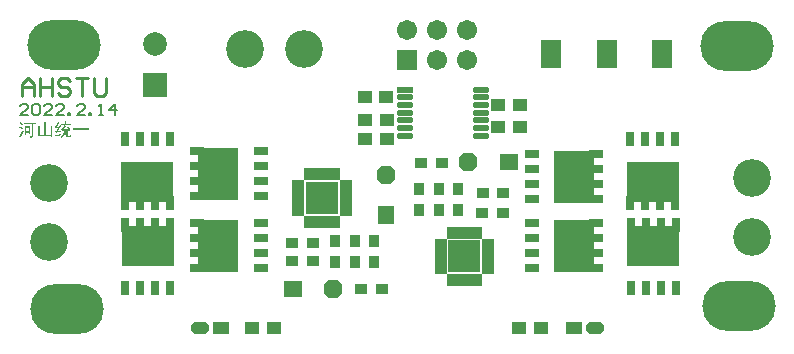
<source format=gts>
G04*
G04 #@! TF.GenerationSoftware,Altium Limited,Altium Designer,22.1.2 (22)*
G04*
G04 Layer_Color=8388736*
%FSLAX25Y25*%
%MOIN*%
G70*
G04*
G04 #@! TF.SameCoordinates,95D767EF-CC4A-4202-867B-88222CEBD608*
G04*
G04*
G04 #@! TF.FilePolarity,Negative*
G04*
G01*
G75*
%ADD10C,0.01000*%
%ADD34C,0.00709*%
%ADD35R,0.04800X0.03950*%
%ADD36R,0.05800X0.06300*%
G04:AMPARAMS|DCode=37|XSize=63mil|YSize=58mil|CornerRadius=0mil|HoleSize=0mil|Usage=FLASHONLY|Rotation=90.000|XOffset=0mil|YOffset=0mil|HoleType=Round|Shape=Octagon|*
%AMOCTAGOND37*
4,1,8,0.01450,0.03150,-0.01450,0.03150,-0.02900,0.01700,-0.02900,-0.01700,-0.01450,-0.03150,0.01450,-0.03150,0.02900,-0.01700,0.02900,0.01700,0.01450,0.03150,0.0*
%
%ADD37OCTAGOND37*%

%ADD38R,0.03950X0.01981*%
%ADD39R,0.01981X0.03950*%
%ADD40R,0.11036X0.11036*%
%ADD41R,0.04740X0.02760*%
%ADD42R,0.13600X0.17750*%
G04:AMPARAMS|DCode=43|XSize=58mil|YSize=43mil|CornerRadius=0mil|HoleSize=0mil|Usage=FLASHONLY|Rotation=180.000|XOffset=0mil|YOffset=0mil|HoleType=Round|Shape=Octagon|*
%AMOCTAGOND43*
4,1,8,-0.02900,0.01075,-0.02900,-0.01075,-0.01825,-0.02150,0.01825,-0.02150,0.02900,-0.01075,0.02900,0.01075,0.01825,0.02150,-0.01825,0.02150,-0.02900,0.01075,0.0*
%
%ADD43OCTAGOND43*%

%ADD44R,0.05800X0.04300*%
%ADD45R,0.04300X0.03800*%
%ADD46R,0.06300X0.05800*%
G04:AMPARAMS|DCode=47|XSize=63mil|YSize=58mil|CornerRadius=0mil|HoleSize=0mil|Usage=FLASHONLY|Rotation=180.000|XOffset=0mil|YOffset=0mil|HoleType=Round|Shape=Octagon|*
%AMOCTAGOND47*
4,1,8,-0.03150,0.01450,-0.03150,-0.01450,-0.01700,-0.02900,0.01700,-0.02900,0.03150,-0.01450,0.03150,0.01450,0.01700,0.02900,-0.01700,0.02900,-0.03150,0.01450,0.0*
%
%ADD47OCTAGOND47*%

%ADD48R,0.03800X0.04300*%
%ADD49O,0.05524X0.02060*%
%ADD50R,0.05524X0.02060*%
%ADD51R,0.02760X0.04740*%
%ADD52R,0.17750X0.13600*%
%ADD53C,0.07887*%
%ADD54R,0.07887X0.07887*%
G04:AMPARAMS|DCode=55|XSize=244.22mil|YSize=165.48mil|CornerRadius=82.74mil|HoleSize=0mil|Usage=FLASHONLY|Rotation=180.000|XOffset=0mil|YOffset=0mil|HoleType=Round|Shape=RoundedRectangle|*
%AMROUNDEDRECTD55*
21,1,0.24422,0.00000,0,0,180.0*
21,1,0.07874,0.16548,0,0,180.0*
1,1,0.16548,-0.03937,0.00000*
1,1,0.16548,0.03937,0.00000*
1,1,0.16548,0.03937,0.00000*
1,1,0.16548,-0.03937,0.00000*
%
%ADD55ROUNDEDRECTD55*%
%ADD56C,0.06706*%
%ADD57R,0.06706X0.06706*%
%ADD58C,0.12611*%
%ADD59R,0.06706X0.09461*%
G36*
X8050Y74084D02*
X8006D01*
X7978Y74090D01*
X7895D01*
X7795Y74095D01*
X7678Y74101D01*
X7562D01*
X7451Y74107D01*
X7345D01*
Y70155D01*
Y70149D01*
Y70138D01*
Y70122D01*
X7340Y70099D01*
X7334Y70038D01*
X7317Y69966D01*
X7290Y69889D01*
X7245Y69816D01*
X7190Y69750D01*
X7151Y69722D01*
X7112Y69700D01*
X7101Y69694D01*
X7090Y69689D01*
X7068Y69683D01*
X7045Y69672D01*
X7012Y69661D01*
X6973Y69650D01*
X6934Y69639D01*
X6884Y69628D01*
X6835Y69611D01*
X6774Y69600D01*
X6707Y69583D01*
X6635Y69567D01*
X6557Y69555D01*
X6474Y69539D01*
X6385Y69528D01*
Y69539D01*
X6379Y69567D01*
X6368Y69617D01*
X6346Y69683D01*
X6313Y69761D01*
X6268Y69855D01*
X6207Y69955D01*
X6130Y70066D01*
X6180D01*
X6213Y70061D01*
X6296D01*
X6402Y70055D01*
X6513D01*
X6618Y70061D01*
X6668D01*
X6712Y70066D01*
X6751Y70072D01*
X6779Y70077D01*
X6785D01*
X6801Y70088D01*
X6823Y70099D01*
X6851Y70122D01*
X6879Y70155D01*
X6901Y70199D01*
X6918Y70260D01*
X6923Y70338D01*
Y74107D01*
X4853D01*
X4725Y74101D01*
X4581Y74095D01*
X4426Y74090D01*
X4254Y74084D01*
Y74556D01*
X4298D01*
X4332Y74550D01*
X4376D01*
X4420Y74545D01*
X4537D01*
X4665Y74539D01*
X4809Y74534D01*
X4953Y74528D01*
X7506D01*
X7589Y74534D01*
X7684D01*
X7795Y74539D01*
X7922Y74545D01*
X8050Y74556D01*
Y74084D01*
D02*
G37*
G36*
X18095Y75089D02*
X18101Y75078D01*
X18118Y75056D01*
X18134Y75028D01*
X18157Y74989D01*
X18179Y74950D01*
X18234Y74856D01*
X18295Y74750D01*
X18362Y74639D01*
X18417Y74534D01*
X18467Y74440D01*
X18462Y74434D01*
X18440Y74428D01*
X18401Y74412D01*
X18351Y74384D01*
X18284Y74356D01*
X18212Y74323D01*
X18123Y74278D01*
X18023Y74229D01*
Y74234D01*
X18018Y74251D01*
X18007Y74273D01*
X17990Y74301D01*
X17973Y74340D01*
X17957Y74384D01*
X17907Y74478D01*
X17851Y74589D01*
X17796Y74700D01*
X17729Y74811D01*
X17668Y74906D01*
X17674D01*
X17679Y74911D01*
X17713Y74922D01*
X17763Y74939D01*
X17829Y74967D01*
X17896Y74994D01*
X17968Y75028D01*
X18034Y75061D01*
X18090Y75094D01*
X18095Y75089D01*
D02*
G37*
G36*
X19827Y73779D02*
X19788D01*
X19760Y73785D01*
X19727D01*
X19688Y73790D01*
X19594Y73796D01*
X19483D01*
X19361Y73801D01*
X19233Y73807D01*
X17790D01*
X17801Y73801D01*
X17824Y73785D01*
X17862Y73751D01*
X17912Y73718D01*
X17979Y73674D01*
X18057Y73629D01*
X18140Y73574D01*
X18234Y73524D01*
X18229Y73518D01*
X18201Y73496D01*
X18162Y73468D01*
X18118Y73418D01*
X18057Y73363D01*
X17990Y73291D01*
X17918Y73207D01*
X17846Y73113D01*
Y73107D01*
X17835Y73102D01*
X17824Y73085D01*
X17807Y73063D01*
X17790Y73035D01*
X17763Y73002D01*
X17735Y72963D01*
X17701Y72919D01*
X17618Y72813D01*
X17518Y72691D01*
X17407Y72541D01*
X17274Y72375D01*
X17374D01*
X17435Y72380D01*
X17507D01*
X17591Y72386D01*
X17685Y72391D01*
X17796Y72397D01*
X17923Y72403D01*
X18057Y72414D01*
X18212Y72425D01*
X18379Y72436D01*
X18556Y72453D01*
X18750Y72469D01*
X18956Y72491D01*
X18950Y72497D01*
X18939Y72514D01*
X18911Y72547D01*
X18878Y72591D01*
X18828Y72652D01*
X18762Y72730D01*
X18684Y72825D01*
X18584Y72941D01*
X18595Y72947D01*
X18617Y72963D01*
X18662Y72985D01*
X18711Y73019D01*
X18767Y73052D01*
X18828Y73096D01*
X18956Y73196D01*
X18961Y73191D01*
X18972Y73180D01*
X18995Y73152D01*
X19028Y73119D01*
X19061Y73080D01*
X19106Y73030D01*
X19155Y72969D01*
X19217Y72902D01*
X19278Y72830D01*
X19344Y72747D01*
X19416Y72658D01*
X19494Y72564D01*
X19572Y72464D01*
X19655Y72353D01*
X19738Y72242D01*
X19827Y72120D01*
X19816Y72114D01*
X19788Y72097D01*
X19744Y72070D01*
X19688Y72031D01*
X19627Y71986D01*
X19561Y71931D01*
X19489Y71875D01*
X19428Y71814D01*
X19422Y71825D01*
X19405Y71848D01*
X19377Y71881D01*
X19344Y71925D01*
X19311Y71975D01*
X19272Y72031D01*
X19194Y72142D01*
X19161D01*
X19144Y72136D01*
X19083D01*
X19017Y72131D01*
X18950Y72120D01*
X18878Y72114D01*
X18817Y72109D01*
X18773Y72097D01*
Y70338D01*
Y70332D01*
Y70327D01*
X18778Y70294D01*
X18784Y70255D01*
X18800Y70205D01*
X18828Y70155D01*
X18872Y70110D01*
X18928Y70077D01*
X18967Y70072D01*
X19006Y70066D01*
X19250D01*
X19272Y70077D01*
X19311Y70099D01*
X19333Y70116D01*
X19355Y70144D01*
X19377Y70177D01*
X19400Y70222D01*
X19422Y70271D01*
X19450Y70332D01*
X19466Y70405D01*
X19489Y70488D01*
X19505Y70582D01*
X19522Y70693D01*
X19533Y70688D01*
X19561Y70666D01*
X19605Y70638D01*
X19661Y70599D01*
X19733Y70560D01*
X19816Y70521D01*
X19910Y70488D01*
X20010Y70455D01*
Y70443D01*
X19999Y70421D01*
X19988Y70382D01*
X19971Y70332D01*
X19949Y70271D01*
X19921Y70205D01*
X19860Y70061D01*
X19777Y69916D01*
X19727Y69850D01*
X19677Y69789D01*
X19622Y69739D01*
X19561Y69700D01*
X19494Y69678D01*
X19428Y69666D01*
X18773D01*
X18750Y69672D01*
X18723D01*
X18645Y69694D01*
X18606Y69705D01*
X18562Y69727D01*
X18517Y69755D01*
X18478Y69789D01*
X18440Y69827D01*
X18401Y69872D01*
X18373Y69927D01*
X18351Y69994D01*
X18334Y70072D01*
X18329Y70155D01*
Y72048D01*
X18295D01*
X18273Y72042D01*
X18218D01*
X18151Y72036D01*
X18073Y72025D01*
X18001Y72020D01*
X17934Y72014D01*
X17879Y72003D01*
Y71992D01*
Y71964D01*
Y71920D01*
Y71859D01*
Y71787D01*
X17874Y71698D01*
X17868Y71603D01*
X17862Y71504D01*
X17851Y71393D01*
X17835Y71276D01*
X17796Y71043D01*
X17768Y70921D01*
X17740Y70804D01*
X17701Y70693D01*
X17657Y70588D01*
Y70582D01*
X17646Y70566D01*
X17629Y70532D01*
X17607Y70493D01*
X17579Y70443D01*
X17540Y70388D01*
X17496Y70321D01*
X17446Y70244D01*
X17385Y70166D01*
X17319Y70083D01*
X17241Y69988D01*
X17152Y69900D01*
X17058Y69800D01*
X16952Y69700D01*
X16836Y69600D01*
X16708Y69500D01*
X16702Y69511D01*
X16686Y69533D01*
X16658Y69567D01*
X16614Y69611D01*
X16553Y69655D01*
X16486Y69711D01*
X16397Y69761D01*
X16292Y69805D01*
X16297Y69811D01*
X16308Y69816D01*
X16331Y69827D01*
X16353Y69844D01*
X16386Y69866D01*
X16425Y69894D01*
X16508Y69955D01*
X16608Y70033D01*
X16714Y70122D01*
X16819Y70216D01*
X16919Y70316D01*
X16924Y70321D01*
X16930Y70327D01*
X16947Y70344D01*
X16963Y70366D01*
X17008Y70421D01*
X17069Y70499D01*
X17130Y70593D01*
X17196Y70704D01*
X17263Y70821D01*
X17319Y70949D01*
Y70954D01*
X17324Y70965D01*
X17330Y70987D01*
X17341Y71015D01*
X17352Y71048D01*
X17363Y71093D01*
X17374Y71148D01*
X17385Y71204D01*
X17396Y71271D01*
X17407Y71348D01*
X17418Y71431D01*
X17424Y71520D01*
X17435Y71620D01*
Y71720D01*
Y71837D01*
Y71953D01*
X17402D01*
X17374Y71948D01*
X17346D01*
X17307Y71942D01*
X17224Y71931D01*
X17130Y71920D01*
X17019Y71903D01*
X16913Y71881D01*
X16802Y71859D01*
Y71864D01*
X16797Y71875D01*
Y71892D01*
X16791Y71920D01*
X16786Y71948D01*
X16775Y71986D01*
X16752Y72070D01*
X16730Y72164D01*
X16697Y72264D01*
X16658Y72369D01*
X16619Y72469D01*
X16630D01*
X16647Y72475D01*
X16669Y72480D01*
X16725Y72502D01*
X16802Y72536D01*
X16847Y72564D01*
X16891Y72591D01*
X16941Y72630D01*
X16997Y72675D01*
X17052Y72730D01*
X17113Y72786D01*
X17174Y72858D01*
X17235Y72935D01*
X17241Y72941D01*
X17252Y72958D01*
X17268Y72980D01*
X17291Y73013D01*
X17319Y73052D01*
X17352Y73102D01*
X17385Y73152D01*
X17424Y73213D01*
X17502Y73346D01*
X17574Y73490D01*
X17640Y73646D01*
X17696Y73807D01*
X17158D01*
X17113Y73801D01*
X17002D01*
X16874Y73796D01*
X16730Y73790D01*
X16569Y73779D01*
Y74201D01*
X16608D01*
X16636Y74195D01*
X16708D01*
X16802Y74190D01*
X16913Y74184D01*
X17036D01*
X17163Y74179D01*
X19255D01*
X19305Y74184D01*
X19416D01*
X19544Y74190D01*
X19683Y74195D01*
X19827Y74201D01*
Y73779D01*
D02*
G37*
G36*
X3066Y74878D02*
X3083Y74867D01*
X3105Y74850D01*
X3138Y74822D01*
X3183Y74789D01*
X3233Y74750D01*
X3288Y74706D01*
X3355Y74656D01*
X3493Y74539D01*
X3654Y74406D01*
X3821Y74262D01*
X3999Y74107D01*
X3993D01*
X3987Y74095D01*
X3954Y74073D01*
X3910Y74034D01*
X3849Y73984D01*
X3782Y73923D01*
X3710Y73862D01*
X3643Y73801D01*
X3577Y73735D01*
X3571Y73740D01*
X3560Y73751D01*
X3543Y73779D01*
X3516Y73807D01*
X3482Y73846D01*
X3438Y73890D01*
X3393Y73940D01*
X3338Y73996D01*
X3277Y74057D01*
X3216Y74123D01*
X3072Y74262D01*
X2911Y74406D01*
X2733Y74556D01*
X2739Y74562D01*
X2761Y74578D01*
X2794Y74612D01*
X2833Y74650D01*
X2883Y74695D01*
X2938Y74750D01*
X2999Y74817D01*
X3060Y74884D01*
X3066Y74878D01*
D02*
G37*
G36*
X25910Y72070D02*
X25860D01*
X25827Y72075D01*
X25777D01*
X25727Y72081D01*
X25660D01*
X25594Y72086D01*
X25433D01*
X25344Y72092D01*
X25249D01*
X25050Y72097D01*
X21453D01*
X21370Y72092D01*
X21192D01*
X20998Y72086D01*
X20787Y72081D01*
X20576Y72070D01*
Y72680D01*
X20632D01*
X20676Y72675D01*
X20787D01*
X20854Y72669D01*
X21020D01*
X21109Y72663D01*
X21309D01*
X21520Y72658D01*
X25100D01*
X25177Y72663D01*
X25349D01*
X25532Y72669D01*
X25721Y72675D01*
X25910Y72680D01*
Y72070D01*
D02*
G37*
G36*
X2761Y73424D02*
X2783Y73413D01*
X2811Y73396D01*
X2855Y73368D01*
X2905Y73341D01*
X2966Y73302D01*
X3038Y73263D01*
X3111Y73219D01*
X3194Y73169D01*
X3277Y73119D01*
X3460Y73008D01*
X3643Y72891D01*
X3832Y72774D01*
X3821Y72763D01*
X3799Y72736D01*
X3760Y72691D01*
X3710Y72630D01*
X3660Y72564D01*
X3604Y72491D01*
X3554Y72408D01*
X3505Y72330D01*
X3499Y72336D01*
X3482Y72347D01*
X3460Y72369D01*
X3427Y72391D01*
X3382Y72425D01*
X3333Y72464D01*
X3277Y72508D01*
X3210Y72553D01*
X3144Y72608D01*
X3066Y72658D01*
X2983Y72714D01*
X2894Y72774D01*
X2705Y72891D01*
X2500Y73008D01*
X2506Y73019D01*
X2522Y73041D01*
X2550Y73080D01*
X2583Y73130D01*
X2622Y73196D01*
X2667Y73263D01*
X2711Y73346D01*
X2755Y73429D01*
X2761Y73424D01*
D02*
G37*
G36*
X15459Y74900D02*
X15476Y74895D01*
X15498Y74884D01*
X15554Y74856D01*
X15620Y74822D01*
X15709Y74789D01*
X15803Y74750D01*
X15903Y74712D01*
X16009Y74673D01*
X16003Y74661D01*
X15981Y74634D01*
X15948Y74589D01*
X15903Y74528D01*
X15848Y74451D01*
X15787Y74356D01*
X15726Y74251D01*
X15653Y74134D01*
Y74129D01*
X15642Y74118D01*
X15637Y74101D01*
X15620Y74073D01*
X15598Y74040D01*
X15576Y74001D01*
X15548Y73951D01*
X15515Y73896D01*
X15476Y73829D01*
X15437Y73762D01*
X15393Y73685D01*
X15343Y73601D01*
X15287Y73507D01*
X15226Y73413D01*
X15159Y73307D01*
X15093Y73196D01*
X15137D01*
X15165Y73202D01*
X15248D01*
X15348Y73207D01*
X15465Y73213D01*
X15581D01*
X15692Y73219D01*
X15798D01*
Y73224D01*
X15809Y73235D01*
X15814Y73252D01*
X15831Y73274D01*
X15848Y73307D01*
X15864Y73341D01*
X15909Y73424D01*
X15953Y73524D01*
X16009Y73635D01*
X16059Y73751D01*
X16103Y73873D01*
X16109D01*
X16114Y73868D01*
X16148Y73846D01*
X16197Y73818D01*
X16264Y73779D01*
X16347Y73735D01*
X16436Y73690D01*
X16536Y73640D01*
X16641Y73596D01*
X16636Y73590D01*
X16614Y73563D01*
X16575Y73518D01*
X16525Y73457D01*
X16458Y73374D01*
X16419Y73330D01*
X16380Y73274D01*
X16336Y73213D01*
X16292Y73146D01*
X16242Y73074D01*
X16192Y72996D01*
X16186Y72991D01*
X16181Y72974D01*
X16164Y72952D01*
X16142Y72919D01*
X16114Y72874D01*
X16075Y72819D01*
X16036Y72752D01*
X15987Y72680D01*
X15936Y72597D01*
X15876Y72508D01*
X15809Y72408D01*
X15742Y72297D01*
X15665Y72181D01*
X15581Y72053D01*
X15493Y71914D01*
X15398Y71770D01*
X15404D01*
X15426Y71776D01*
X15465D01*
X15515Y71781D01*
X15570Y71787D01*
X15642Y71798D01*
X15720Y71803D01*
X15803Y71814D01*
X15892Y71825D01*
X15992Y71837D01*
X16192Y71864D01*
X16392Y71898D01*
X16591Y71931D01*
Y71925D01*
X16586Y71920D01*
X16575Y71886D01*
X16553Y71837D01*
X16536Y71770D01*
X16514Y71703D01*
X16492Y71626D01*
X16480Y71553D01*
X16475Y71487D01*
X16453D01*
X16436Y71481D01*
X16408D01*
X16380Y71476D01*
X16347Y71470D01*
X16303Y71465D01*
X16258Y71459D01*
X16203Y71454D01*
X16142Y71448D01*
X16075Y71437D01*
X16003Y71426D01*
X15920Y71415D01*
X15831Y71404D01*
X15737Y71393D01*
X15731D01*
X15714Y71387D01*
X15687D01*
X15648Y71381D01*
X15604Y71370D01*
X15548Y71365D01*
X15487Y71354D01*
X15426Y71343D01*
X15282Y71315D01*
X15126Y71282D01*
X14971Y71248D01*
X14816Y71204D01*
Y71209D01*
X14810Y71215D01*
X14804Y71243D01*
X14788Y71293D01*
X14765Y71354D01*
X14743Y71426D01*
X14716Y71504D01*
X14649Y71676D01*
X14654D01*
X14660Y71681D01*
X14693Y71692D01*
X14743Y71714D01*
X14810Y71753D01*
X14882Y71809D01*
X14965Y71881D01*
X15010Y71925D01*
X15054Y71975D01*
X15099Y72031D01*
X15143Y72092D01*
X15148Y72097D01*
X15154Y72109D01*
X15165Y72125D01*
X15182Y72153D01*
X15204Y72186D01*
X15232Y72225D01*
X15259Y72269D01*
X15287Y72325D01*
X15359Y72436D01*
X15437Y72569D01*
X15520Y72714D01*
X15609Y72869D01*
X15598D01*
X15570Y72863D01*
X15526Y72858D01*
X15470Y72852D01*
X15398Y72847D01*
X15309Y72836D01*
X15215Y72825D01*
X15115Y72808D01*
X15104D01*
X15071Y72802D01*
X15015Y72797D01*
X14954Y72786D01*
X14882Y72774D01*
X14804Y72763D01*
X14721Y72747D01*
X14649Y72730D01*
X14643Y72741D01*
X14632Y72769D01*
X14616Y72813D01*
X14588Y72874D01*
X14555Y72941D01*
X14521Y73019D01*
X14438Y73174D01*
X14444D01*
X14449Y73180D01*
X14466Y73185D01*
X14488Y73196D01*
X14516Y73213D01*
X14544Y73230D01*
X14582Y73257D01*
X14621Y73291D01*
X14666Y73335D01*
X14716Y73385D01*
X14765Y73446D01*
X14821Y73518D01*
X14876Y73596D01*
X14938Y73690D01*
X14999Y73796D01*
X15060Y73918D01*
X15065Y73923D01*
X15076Y73946D01*
X15093Y73984D01*
X15115Y74029D01*
X15137Y74084D01*
X15171Y74151D01*
X15204Y74223D01*
X15237Y74295D01*
X15304Y74462D01*
X15365Y74623D01*
X15393Y74700D01*
X15415Y74778D01*
X15437Y74845D01*
X15448Y74906D01*
X15454D01*
X15459Y74900D01*
D02*
G37*
G36*
X6246Y73379D02*
Y73363D01*
Y73341D01*
X6241Y73302D01*
Y73252D01*
X6235Y73196D01*
Y73130D01*
Y73046D01*
X6230Y72958D01*
Y72858D01*
X6224Y72747D01*
Y72625D01*
X6219Y72491D01*
Y72347D01*
Y72192D01*
Y72025D01*
Y72014D01*
Y71986D01*
Y71942D01*
Y71881D01*
Y71803D01*
Y71720D01*
Y71631D01*
X6224Y71537D01*
Y71337D01*
X6230Y71237D01*
Y71143D01*
X6235Y71060D01*
Y70976D01*
X6241Y70910D01*
X6246Y70854D01*
X5774D01*
Y71232D01*
X4931D01*
Y70549D01*
X4465D01*
Y70555D01*
Y70566D01*
X4470Y70582D01*
Y70610D01*
X4476Y70649D01*
X4481Y70693D01*
X4487Y70754D01*
X4493Y70826D01*
Y70910D01*
X4498Y71004D01*
X4504Y71115D01*
X4509Y71243D01*
Y71381D01*
X4515Y71542D01*
Y71714D01*
Y71909D01*
Y71914D01*
Y71920D01*
Y71937D01*
Y71959D01*
Y72014D01*
Y72086D01*
Y72175D01*
Y72275D01*
Y72386D01*
X4509Y72508D01*
Y72752D01*
X4504Y72874D01*
Y72996D01*
X4498Y73107D01*
Y73213D01*
X4493Y73307D01*
X4487Y73385D01*
X6246D01*
Y73379D01*
D02*
G37*
G36*
X11513Y74900D02*
Y74889D01*
Y74872D01*
X11508Y74845D01*
Y74817D01*
Y74773D01*
X11502Y74728D01*
Y74678D01*
Y74617D01*
X11497Y74556D01*
Y74484D01*
Y74412D01*
X11491Y74245D01*
Y74062D01*
Y70549D01*
X13128D01*
Y72752D01*
Y72758D01*
Y72774D01*
Y72802D01*
Y72841D01*
Y72886D01*
Y72935D01*
Y72991D01*
Y73052D01*
X13123Y73191D01*
X13117Y73335D01*
X13112Y73479D01*
X13106Y73618D01*
X13644D01*
Y73612D01*
Y73607D01*
Y73590D01*
X13639Y73563D01*
Y73535D01*
Y73496D01*
X13633Y73452D01*
Y73402D01*
Y73346D01*
X13628Y73285D01*
Y73213D01*
Y73135D01*
X13622Y73046D01*
Y72958D01*
Y72858D01*
Y72752D01*
Y70854D01*
Y70849D01*
Y70826D01*
Y70799D01*
Y70754D01*
Y70704D01*
Y70643D01*
Y70571D01*
X13628Y70493D01*
Y70410D01*
Y70316D01*
Y70222D01*
X13633Y70116D01*
X13639Y69900D01*
X13644Y69666D01*
X13128D01*
Y70155D01*
X8866D01*
Y70161D01*
Y70177D01*
Y70205D01*
X8871Y70244D01*
Y70288D01*
Y70344D01*
X8877Y70405D01*
Y70471D01*
Y70543D01*
X8883Y70627D01*
Y70793D01*
X8888Y70976D01*
Y71159D01*
Y72680D01*
Y72686D01*
Y72702D01*
Y72730D01*
Y72769D01*
Y72819D01*
Y72874D01*
Y72935D01*
Y73002D01*
X8883Y73152D01*
X8877Y73313D01*
X8871Y73479D01*
X8866Y73640D01*
X9404D01*
Y73635D01*
Y73618D01*
Y73585D01*
X9399Y73546D01*
Y73501D01*
Y73440D01*
X9393Y73379D01*
Y73313D01*
X9388Y73163D01*
Y73008D01*
X9382Y72852D01*
Y72702D01*
Y70549D01*
X11019D01*
Y74062D01*
Y74068D01*
Y74079D01*
Y74107D01*
Y74134D01*
Y74173D01*
Y74217D01*
Y74267D01*
Y74329D01*
X11014Y74456D01*
X11008Y74595D01*
X11003Y74750D01*
X10997Y74906D01*
X11513D01*
Y74900D01*
D02*
G37*
G36*
X16641Y70915D02*
X16636Y70888D01*
Y70843D01*
Y70782D01*
X16630Y70715D01*
Y70643D01*
X16641Y70482D01*
X16636D01*
X16619Y70477D01*
X16586Y70466D01*
X16547Y70460D01*
X16503Y70443D01*
X16442Y70427D01*
X16380Y70410D01*
X16308Y70394D01*
X16231Y70371D01*
X16148Y70349D01*
X15964Y70299D01*
X15776Y70244D01*
X15576Y70188D01*
X15570D01*
X15554Y70183D01*
X15526Y70172D01*
X15487Y70161D01*
X15443Y70149D01*
X15393Y70133D01*
X15337Y70116D01*
X15276Y70099D01*
X15148Y70055D01*
X15010Y70011D01*
X14882Y69966D01*
X14821Y69944D01*
X14765Y69922D01*
X14760Y69933D01*
X14749Y69961D01*
X14727Y70011D01*
X14699Y70072D01*
X14660Y70144D01*
X14616Y70227D01*
X14566Y70316D01*
X14510Y70410D01*
X14516D01*
X14538Y70416D01*
X14566Y70421D01*
X14610Y70427D01*
X14660Y70438D01*
X14721Y70449D01*
X14793Y70460D01*
X14865Y70471D01*
X14949Y70488D01*
X15037Y70504D01*
X15221Y70538D01*
X15415Y70577D01*
X15609Y70621D01*
X15615D01*
X15631Y70627D01*
X15659Y70632D01*
X15698Y70643D01*
X15742Y70654D01*
X15798Y70666D01*
X15864Y70682D01*
X15931Y70704D01*
X16009Y70727D01*
X16086Y70749D01*
X16264Y70799D01*
X16447Y70860D01*
X16641Y70926D01*
Y70915D01*
D02*
G37*
G36*
X3588Y71975D02*
X3621Y71948D01*
X3671Y71914D01*
X3732Y71870D01*
X3810Y71825D01*
X3893Y71770D01*
X3976Y71720D01*
X4065Y71676D01*
Y71670D01*
X4054Y71659D01*
X4043Y71637D01*
X4026Y71609D01*
X4004Y71570D01*
X3976Y71526D01*
X3949Y71470D01*
X3915Y71409D01*
X3876Y71337D01*
X3838Y71265D01*
X3793Y71182D01*
X3749Y71093D01*
X3704Y70993D01*
X3654Y70893D01*
X3599Y70782D01*
X3549Y70666D01*
X3543Y70660D01*
X3538Y70638D01*
X3521Y70604D01*
X3505Y70560D01*
X3482Y70510D01*
X3455Y70449D01*
X3421Y70377D01*
X3388Y70305D01*
X3321Y70138D01*
X3244Y69972D01*
X3171Y69800D01*
X3105Y69644D01*
X3094Y69655D01*
X3066Y69678D01*
X3022Y69711D01*
X2955Y69755D01*
X2877Y69811D01*
X2778Y69872D01*
X2667Y69933D01*
X2544Y69994D01*
Y69999D01*
X2555Y70005D01*
X2567Y70022D01*
X2583Y70038D01*
X2606Y70066D01*
X2628Y70099D01*
X2655Y70138D01*
X2689Y70183D01*
X2728Y70238D01*
X2766Y70299D01*
X2811Y70366D01*
X2855Y70443D01*
X2905Y70527D01*
X2961Y70621D01*
X3016Y70721D01*
X3072Y70832D01*
X3077Y70837D01*
X3088Y70860D01*
X3105Y70893D01*
X3122Y70938D01*
X3149Y70993D01*
X3183Y71054D01*
X3216Y71126D01*
X3255Y71204D01*
X3294Y71293D01*
X3333Y71381D01*
X3416Y71576D01*
X3499Y71776D01*
X3577Y71981D01*
X3582D01*
X3588Y71975D01*
D02*
G37*
%LPC*%
G36*
X5774Y72963D02*
X4931D01*
Y71653D01*
X5774D01*
Y72963D01*
D02*
G37*
%LPD*%
D10*
X3500Y83500D02*
Y87499D01*
X5499Y89498D01*
X7499Y87499D01*
Y83500D01*
Y86499D01*
X3500D01*
X9498Y89498D02*
Y83500D01*
Y86499D01*
X13497D01*
Y89498D01*
Y83500D01*
X19495Y88498D02*
X18495Y89498D01*
X16496D01*
X15496Y88498D01*
Y87499D01*
X16496Y86499D01*
X18495D01*
X19495Y85499D01*
Y84500D01*
X18495Y83500D01*
X16496D01*
X15496Y84500D01*
X21494Y89498D02*
X25493D01*
X23494D01*
Y83500D01*
X27492Y89498D02*
Y84500D01*
X28492Y83500D01*
X30491D01*
X31491Y84500D01*
Y89498D01*
D34*
X5624Y77000D02*
X3000D01*
X5624Y79624D01*
Y80280D01*
X4968Y80936D01*
X3656D01*
X3000Y80280D01*
X6936D02*
X7592Y80936D01*
X8904D01*
X9560Y80280D01*
Y77656D01*
X8904Y77000D01*
X7592D01*
X6936Y77656D01*
Y80280D01*
X13495Y77000D02*
X10871D01*
X13495Y79624D01*
Y80280D01*
X12839Y80936D01*
X11527D01*
X10871Y80280D01*
X17431Y77000D02*
X14807D01*
X17431Y79624D01*
Y80280D01*
X16775Y80936D01*
X15463D01*
X14807Y80280D01*
X18743Y77000D02*
Y77656D01*
X19399D01*
Y77000D01*
X18743D01*
X24647D02*
X22023D01*
X24647Y79624D01*
Y80280D01*
X23991Y80936D01*
X22679D01*
X22023Y80280D01*
X25958Y77000D02*
Y77656D01*
X26614D01*
Y77000D01*
X25958D01*
X29238D02*
X30550D01*
X29894D01*
Y80936D01*
X29238Y80280D01*
X34486Y77000D02*
Y80936D01*
X32518Y78968D01*
X35142D01*
D35*
X117700Y83000D02*
D03*
X125000D02*
D03*
X117850Y75500D02*
D03*
X125150D02*
D03*
X117850Y69000D02*
D03*
X125150D02*
D03*
X162350Y80500D02*
D03*
X169650D02*
D03*
X162350Y73000D02*
D03*
X169650D02*
D03*
X80350Y6200D02*
D03*
X87650D02*
D03*
X169350Y6000D02*
D03*
X176650D02*
D03*
D36*
X125000Y43750D02*
D03*
D37*
Y57250D02*
D03*
D38*
X95625Y54403D02*
D03*
Y52434D02*
D03*
Y46529D02*
D03*
Y44561D02*
D03*
X111373Y46529D02*
D03*
Y44561D02*
D03*
Y48498D02*
D03*
X95625D02*
D03*
X111373Y50466D02*
D03*
X95625D02*
D03*
X111373Y54403D02*
D03*
Y52434D02*
D03*
X158874Y25079D02*
D03*
Y27047D02*
D03*
Y32953D02*
D03*
Y34921D02*
D03*
X143126Y32953D02*
D03*
Y34921D02*
D03*
Y30984D02*
D03*
X158874D02*
D03*
X143126Y29016D02*
D03*
X158874D02*
D03*
X143126Y25079D02*
D03*
Y27047D02*
D03*
D39*
X106452Y41608D02*
D03*
X108421Y57356D02*
D03*
X106452D02*
D03*
X104484D02*
D03*
X98578Y41608D02*
D03*
X100547D02*
D03*
X102515D02*
D03*
X104484D02*
D03*
X100547Y57356D02*
D03*
X108421Y41608D02*
D03*
X102515Y57356D02*
D03*
X98578D02*
D03*
X148047Y37874D02*
D03*
X146079Y22126D02*
D03*
X148047D02*
D03*
X150016D02*
D03*
X155921Y37874D02*
D03*
X153953D02*
D03*
X151984D02*
D03*
X150016D02*
D03*
X153953Y22126D02*
D03*
X146079Y37874D02*
D03*
X151984Y22126D02*
D03*
X155921D02*
D03*
D40*
X103500Y49500D02*
D03*
X150999Y29982D02*
D03*
D41*
X194720Y49000D02*
D03*
Y54000D02*
D03*
Y59000D02*
D03*
Y64000D02*
D03*
X173500D02*
D03*
Y59000D02*
D03*
Y54000D02*
D03*
Y49000D02*
D03*
X194720Y26000D02*
D03*
Y31000D02*
D03*
Y36000D02*
D03*
Y41000D02*
D03*
X173500D02*
D03*
Y36000D02*
D03*
Y31000D02*
D03*
Y26000D02*
D03*
X83129Y65000D02*
D03*
Y60000D02*
D03*
Y55000D02*
D03*
Y50000D02*
D03*
X61909D02*
D03*
Y55000D02*
D03*
Y60000D02*
D03*
Y65000D02*
D03*
X83129Y41000D02*
D03*
Y36000D02*
D03*
Y31000D02*
D03*
Y26000D02*
D03*
X61909D02*
D03*
Y31000D02*
D03*
Y36000D02*
D03*
Y41000D02*
D03*
D42*
X187629Y56500D02*
D03*
Y33500D02*
D03*
X69000Y57500D02*
D03*
Y33500D02*
D03*
D43*
X63000Y6000D02*
D03*
X194500D02*
D03*
D44*
X70000D02*
D03*
X187500D02*
D03*
D45*
X143500Y61000D02*
D03*
X136600D02*
D03*
X157000Y44500D02*
D03*
X163900D02*
D03*
X164000Y51000D02*
D03*
X157100D02*
D03*
X123400Y19000D02*
D03*
X116500D02*
D03*
X100500Y34500D02*
D03*
X93600D02*
D03*
X93500Y28500D02*
D03*
X100400D02*
D03*
D46*
X165750Y61500D02*
D03*
X93750Y19000D02*
D03*
D47*
X152250Y61500D02*
D03*
X107250Y19000D02*
D03*
D48*
X108000Y35000D02*
D03*
Y28100D02*
D03*
X114500D02*
D03*
Y35000D02*
D03*
X121000Y28100D02*
D03*
Y35000D02*
D03*
X149000Y45500D02*
D03*
Y52400D02*
D03*
X142500Y52500D02*
D03*
Y45600D02*
D03*
X136000Y45500D02*
D03*
Y52400D02*
D03*
D49*
X156500Y70264D02*
D03*
Y72823D02*
D03*
Y75382D02*
D03*
Y77941D02*
D03*
Y80500D02*
D03*
Y83059D02*
D03*
Y85618D02*
D03*
X131303Y70264D02*
D03*
Y72823D02*
D03*
Y75382D02*
D03*
Y77941D02*
D03*
Y80500D02*
D03*
Y83059D02*
D03*
D50*
Y85618D02*
D03*
D51*
X221500Y40591D02*
D03*
X216500D02*
D03*
X211500D02*
D03*
X206500D02*
D03*
Y19371D02*
D03*
X211500D02*
D03*
X216500D02*
D03*
X221500D02*
D03*
X206264Y47780D02*
D03*
X211264D02*
D03*
X216264D02*
D03*
X221264D02*
D03*
Y69000D02*
D03*
X216264D02*
D03*
X211264D02*
D03*
X206264D02*
D03*
X37764D02*
D03*
X42764D02*
D03*
X47764D02*
D03*
X52764D02*
D03*
Y47780D02*
D03*
X47764D02*
D03*
X42764D02*
D03*
X37764D02*
D03*
X53000Y19371D02*
D03*
X48000D02*
D03*
X43000D02*
D03*
X38000D02*
D03*
Y40591D02*
D03*
X43000D02*
D03*
X48000D02*
D03*
X53000D02*
D03*
D52*
X214000Y33500D02*
D03*
X213764Y54871D02*
D03*
X45264D02*
D03*
X45500Y33500D02*
D03*
D53*
X48000Y100890D02*
D03*
D54*
Y87110D02*
D03*
D55*
X242000Y100000D02*
D03*
X242500Y13478D02*
D03*
X17500Y100500D02*
D03*
X18500Y12500D02*
D03*
D56*
X152000Y105500D02*
D03*
Y95500D02*
D03*
X142000Y105500D02*
D03*
Y95500D02*
D03*
X132000Y105500D02*
D03*
D57*
Y95500D02*
D03*
D58*
X247000Y56209D02*
D03*
Y36524D02*
D03*
X12500Y34657D02*
D03*
Y54343D02*
D03*
X78000Y99000D02*
D03*
X97685D02*
D03*
D59*
X179996Y97500D02*
D03*
X217004D02*
D03*
X198500D02*
D03*
M02*

</source>
